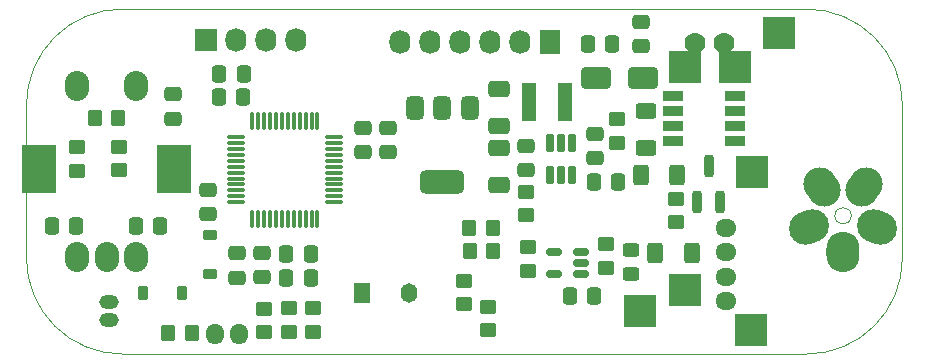
<source format=gbr>
%TF.GenerationSoftware,KiCad,Pcbnew,8.99.0-unknown*%
%TF.CreationDate,2024-06-21T10:07:37-04:00*%
%TF.ProjectId,solderingStationPCB,736f6c64-6572-4696-9e67-53746174696f,rev?*%
%TF.SameCoordinates,PX33f2570PY4a915b0*%
%TF.FileFunction,Soldermask,Top*%
%TF.FilePolarity,Negative*%
%FSLAX46Y46*%
G04 Gerber Fmt 4.6, Leading zero omitted, Abs format (unit mm)*
G04 Created by KiCad (PCBNEW 8.99.0-unknown) date 2024-06-21 10:07:37*
%MOMM*%
%LPD*%
G01*
G04 APERTURE LIST*
G04 Aperture macros list*
%AMRoundRect*
0 Rectangle with rounded corners*
0 $1 Rounding radius*
0 $2 $3 $4 $5 $6 $7 $8 $9 X,Y pos of 4 corners*
0 Add a 4 corners polygon primitive as box body*
4,1,4,$2,$3,$4,$5,$6,$7,$8,$9,$2,$3,0*
0 Add four circle primitives for the rounded corners*
1,1,$1+$1,$2,$3*
1,1,$1+$1,$4,$5*
1,1,$1+$1,$6,$7*
1,1,$1+$1,$8,$9*
0 Add four rect primitives between the rounded corners*
20,1,$1+$1,$2,$3,$4,$5,0*
20,1,$1+$1,$4,$5,$6,$7,0*
20,1,$1+$1,$6,$7,$8,$9,0*
20,1,$1+$1,$8,$9,$2,$3,0*%
%AMHorizOval*
0 Thick line with rounded ends*
0 $1 width*
0 $2 $3 position (X,Y) of the first rounded end (center of the circle)*
0 $4 $5 position (X,Y) of the second rounded end (center of the circle)*
0 Add line between two ends*
20,1,$1,$2,$3,$4,$5,0*
0 Add two circle primitives to create the rounded ends*
1,1,$1,$2,$3*
1,1,$1,$4,$5*%
G04 Aperture macros list end*
%ADD10R,1.778000X2.032000*%
%ADD11O,1.778000X2.032000*%
%ADD12RoundRect,0.250000X-0.475000X0.337500X-0.475000X-0.337500X0.475000X-0.337500X0.475000X0.337500X0*%
%ADD13O,1.524000X1.778000*%
%ADD14RoundRect,0.250000X-0.450000X0.350000X-0.450000X-0.350000X0.450000X-0.350000X0.450000X0.350000X0*%
%ADD15C,1.778000*%
%ADD16RoundRect,0.250000X0.337500X0.475000X-0.337500X0.475000X-0.337500X-0.475000X0.337500X-0.475000X0*%
%ADD17RoundRect,0.375000X-0.375000X0.625000X-0.375000X-0.625000X0.375000X-0.625000X0.375000X0.625000X0*%
%ADD18RoundRect,0.500000X-1.400000X0.500000X-1.400000X-0.500000X1.400000X-0.500000X1.400000X0.500000X0*%
%ADD19RoundRect,0.250000X0.475000X-0.337500X0.475000X0.337500X-0.475000X0.337500X-0.475000X-0.337500X0*%
%ADD20RoundRect,0.225000X0.375000X-0.225000X0.375000X0.225000X-0.375000X0.225000X-0.375000X-0.225000X0*%
%ADD21RoundRect,0.162500X0.162500X-0.617500X0.162500X0.617500X-0.162500X0.617500X-0.162500X-0.617500X0*%
%ADD22RoundRect,0.250000X-0.337500X-0.475000X0.337500X-0.475000X0.337500X0.475000X-0.337500X0.475000X0*%
%ADD23RoundRect,0.200000X0.200000X-0.750000X0.200000X0.750000X-0.200000X0.750000X-0.200000X-0.750000X0*%
%ADD24O,1.651000X1.244600*%
%ADD25RoundRect,0.250000X0.400000X0.625000X-0.400000X0.625000X-0.400000X-0.625000X0.400000X-0.625000X0*%
%ADD26R,2.794000X2.794000*%
%ADD27RoundRect,0.225000X0.225000X0.375000X-0.225000X0.375000X-0.225000X-0.375000X0.225000X-0.375000X0*%
%ADD28RoundRect,0.250000X0.350000X0.450000X-0.350000X0.450000X-0.350000X-0.450000X0.350000X-0.450000X0*%
%ADD29R,1.371600X1.651000*%
%ADD30O,1.371600X1.651000*%
%ADD31RoundRect,0.250000X-0.350000X-0.450000X0.350000X-0.450000X0.350000X0.450000X-0.350000X0.450000X0*%
%ADD32O,1.778000X1.524000*%
%ADD33R,1.143000X3.200400*%
%ADD34RoundRect,0.250000X0.450000X-0.350000X0.450000X0.350000X-0.450000X0.350000X-0.450000X-0.350000X0*%
%ADD35RoundRect,0.250000X0.650000X-0.412500X0.650000X0.412500X-0.650000X0.412500X-0.650000X-0.412500X0*%
%ADD36RoundRect,0.250000X-0.650000X0.412500X-0.650000X-0.412500X0.650000X-0.412500X0.650000X0.412500X0*%
%ADD37RoundRect,0.102000X-0.750000X-0.350000X0.750000X-0.350000X0.750000X0.350000X-0.750000X0.350000X0*%
%ADD38RoundRect,0.075000X0.075000X-0.662500X0.075000X0.662500X-0.075000X0.662500X-0.075000X-0.662500X0*%
%ADD39RoundRect,0.075000X0.662500X-0.075000X0.662500X0.075000X-0.662500X0.075000X-0.662500X-0.075000X0*%
%ADD40RoundRect,0.150000X0.512500X0.150000X-0.512500X0.150000X-0.512500X-0.150000X0.512500X-0.150000X0*%
%ADD41RoundRect,0.250000X-0.625000X0.400000X-0.625000X-0.400000X0.625000X-0.400000X0.625000X0.400000X0*%
%ADD42R,1.905000X1.905000*%
%ADD43RoundRect,0.250000X0.450000X-0.325000X0.450000X0.325000X-0.450000X0.325000X-0.450000X-0.325000X0*%
%ADD44RoundRect,0.250000X-1.000000X-0.650000X1.000000X-0.650000X1.000000X0.650000X-1.000000X0.650000X0*%
%ADD45HorizOval,2.794000X-0.182111X0.260081X0.182111X-0.260081X0*%
%ADD46HorizOval,2.794000X0.298352X0.108591X-0.298352X-0.108591X0*%
%ADD47O,2.794000X3.429000*%
%ADD48HorizOval,2.794000X-0.298352X0.108591X0.298352X-0.108591X0*%
%ADD49HorizOval,2.794000X-0.182111X-0.260081X0.182111X0.260081X0*%
%ADD50O,2.032000X2.540000*%
%ADD51R,2.921000X4.064000*%
%TA.AperFunction,Profile*%
%ADD52C,0.050000*%
%TD*%
G04 APERTURE END LIST*
D10*
%TO.C,J1*%
X44326121Y-2786300D03*
D11*
X41786121Y-2786300D03*
X39246121Y-2786300D03*
X36706121Y-2786300D03*
X34166121Y-2786300D03*
X31626121Y-2786300D03*
%TD*%
D12*
%TO.C,C22*%
X17888800Y-20647300D03*
X17888800Y-22722300D03*
%TD*%
D13*
%TO.C,JP1*%
X16034000Y-27500000D03*
X18066001Y-27500000D03*
%TD*%
D14*
%TO.C,R18*%
X37055000Y-22985000D03*
X37055000Y-24985000D03*
%TD*%
%TO.C,R6*%
X20166000Y-25362600D03*
X20166000Y-27362600D03*
%TD*%
%TO.C,R10*%
X7853600Y-11657600D03*
X7853600Y-13657600D03*
%TD*%
D15*
%TO.C,J4*%
X59100000Y-2850000D03*
X56600000Y-2850000D03*
%TD*%
D16*
%TO.C,C19*%
X24097300Y-20741400D03*
X22022300Y-20741400D03*
%TD*%
D17*
%TO.C,U4*%
X37542000Y-8341800D03*
X35242000Y-8341800D03*
D18*
X35242000Y-14641800D03*
D17*
X32942000Y-8341800D03*
%TD*%
D19*
%TO.C,C3*%
X42312400Y-13631100D03*
X42312400Y-11556100D03*
%TD*%
D12*
%TO.C,C13*%
X30610200Y-10042900D03*
X30610200Y-12117900D03*
%TD*%
D20*
%TO.C,D3*%
X15584300Y-22386700D03*
X15584300Y-19086700D03*
%TD*%
D16*
%TO.C,C2*%
X49642100Y-2916000D03*
X47567100Y-2916000D03*
%TD*%
%TO.C,C6*%
X48081800Y-24247300D03*
X46006800Y-24247300D03*
%TD*%
D21*
%TO.C,U1*%
X44320600Y-14052600D03*
X45270600Y-14052600D03*
X46220600Y-14052600D03*
X46220600Y-11352600D03*
X45270600Y-11352600D03*
X44320600Y-11352600D03*
%TD*%
D22*
%TO.C,C9*%
X48049900Y-14603000D03*
X50124900Y-14603000D03*
%TD*%
D23*
%TO.C,Q2*%
X56832200Y-16295800D03*
X58732200Y-16295800D03*
X57782200Y-13295800D03*
%TD*%
D22*
%TO.C,C10*%
X2165100Y-18381800D03*
X4240100Y-18381800D03*
%TD*%
D24*
%TO.C,J6*%
X7020300Y-26317801D03*
X7020300Y-24817799D03*
%TD*%
D25*
%TO.C,R5*%
X56342300Y-20659500D03*
X53242300Y-20659500D03*
%TD*%
D12*
%TO.C,C7*%
X12450000Y-7200000D03*
X12450000Y-9275000D03*
%TD*%
D26*
%TO.C,J5*%
X61350000Y-27125000D03*
%TD*%
D14*
%TO.C,R4*%
X55033600Y-16048200D03*
X55033600Y-18048200D03*
%TD*%
D12*
%TO.C,C8*%
X52093200Y-1049300D03*
X52093200Y-3124300D03*
%TD*%
D14*
%TO.C,R8*%
X22276000Y-25339600D03*
X22276000Y-27339600D03*
%TD*%
D27*
%TO.C,D4*%
X13200000Y-24060000D03*
X9900000Y-24060000D03*
%TD*%
D25*
%TO.C,R1*%
X55130200Y-14039200D03*
X52030200Y-14039200D03*
%TD*%
D28*
%TO.C,TH1*%
X14048000Y-27429800D03*
X12048000Y-27429800D03*
%TD*%
D26*
%TO.C,J7*%
X55775000Y-4900000D03*
%TD*%
%TO.C,J13*%
X55775000Y-23800000D03*
%TD*%
%TO.C,J11*%
X63775000Y-2050000D03*
%TD*%
D14*
%TO.C,R14*%
X42319200Y-15465800D03*
X42319200Y-17465800D03*
%TD*%
D19*
%TO.C,C5*%
X19959200Y-22710900D03*
X19959200Y-20635900D03*
%TD*%
D14*
%TO.C,R16*%
X42527300Y-20146100D03*
X42527300Y-22146100D03*
%TD*%
D29*
%TO.C,LS1*%
X28425200Y-24068300D03*
D30*
X32425200Y-24068300D03*
%TD*%
D16*
%TO.C,C11*%
X11363300Y-18370400D03*
X9288300Y-18370400D03*
%TD*%
D31*
%TO.C,R17*%
X37530000Y-18510000D03*
X39530000Y-18510000D03*
%TD*%
D32*
%TO.C,JP2*%
X59275000Y-18499999D03*
X59275000Y-20532000D03*
%TD*%
D33*
%TO.C,L1*%
X45593500Y-7872100D03*
X42545500Y-7872100D03*
%TD*%
D34*
%TO.C,R13*%
X49080300Y-21888500D03*
X49080300Y-19888500D03*
%TD*%
D19*
%TO.C,C12*%
X48128600Y-12613500D03*
X48128600Y-10538500D03*
%TD*%
D32*
%TO.C,JP4*%
X59225000Y-22709000D03*
X59225000Y-24741001D03*
%TD*%
D35*
%TO.C,C1*%
X39999400Y-9888700D03*
X39999400Y-6763700D03*
%TD*%
D36*
%TO.C,C4*%
X40018800Y-11746900D03*
X40018800Y-14871900D03*
%TD*%
D14*
%TO.C,R11*%
X4344400Y-11661200D03*
X4344400Y-13661200D03*
%TD*%
D22*
%TO.C,C18*%
X16320500Y-7452000D03*
X18395500Y-7452000D03*
%TD*%
D37*
%TO.C,Q1*%
X54752200Y-7364200D03*
X54752200Y-8634200D03*
X54752200Y-9904200D03*
X54752200Y-11174200D03*
X60052200Y-11174200D03*
X60052200Y-9904200D03*
X60052200Y-8634200D03*
X60052200Y-7364200D03*
%TD*%
D26*
%TO.C,J9*%
X51975000Y-25550000D03*
%TD*%
D19*
%TO.C,C21*%
X15396000Y-17348900D03*
X15396000Y-15273900D03*
%TD*%
D16*
%TO.C,C17*%
X24089100Y-22753000D03*
X22014100Y-22753000D03*
%TD*%
D38*
%TO.C,U3*%
X19164200Y-17755700D03*
X19664200Y-17755700D03*
X20164200Y-17755700D03*
X20664200Y-17755700D03*
X21164200Y-17755700D03*
X21664200Y-17755700D03*
X22164200Y-17755700D03*
X22664200Y-17755700D03*
X23164200Y-17755700D03*
X23664200Y-17755700D03*
X24164200Y-17755700D03*
X24664200Y-17755700D03*
D39*
X26076700Y-16343200D03*
X26076700Y-15843200D03*
X26076700Y-15343200D03*
X26076700Y-14843200D03*
X26076700Y-14343200D03*
X26076700Y-13843200D03*
X26076700Y-13343200D03*
X26076700Y-12843200D03*
X26076700Y-12343200D03*
X26076700Y-11843200D03*
X26076700Y-11343200D03*
X26076700Y-10843200D03*
D38*
X24664200Y-9430700D03*
X24164200Y-9430700D03*
X23664200Y-9430700D03*
X23164200Y-9430700D03*
X22664200Y-9430700D03*
X22164200Y-9430700D03*
X21664200Y-9430700D03*
X21164200Y-9430700D03*
X20664200Y-9430700D03*
X20164200Y-9430700D03*
X19664200Y-9430700D03*
X19164200Y-9430700D03*
D39*
X17751700Y-10843200D03*
X17751700Y-11343200D03*
X17751700Y-11843200D03*
X17751700Y-12343200D03*
X17751700Y-12843200D03*
X17751700Y-13343200D03*
X17751700Y-13843200D03*
X17751700Y-14343200D03*
X17751700Y-14843200D03*
X17751700Y-15343200D03*
X17751700Y-15843200D03*
X17751700Y-16343200D03*
%TD*%
D40*
%TO.C,U2*%
X46977800Y-22448500D03*
X46977800Y-21498500D03*
X46977800Y-20548500D03*
X44702800Y-20548500D03*
X44702800Y-22448500D03*
%TD*%
D41*
%TO.C,R2*%
X52513400Y-8616400D03*
X52513400Y-11716400D03*
%TD*%
D26*
%TO.C,J10*%
X60050000Y-4925000D03*
%TD*%
D42*
%TO.C,J2*%
X15215000Y-2585000D03*
D11*
X17755000Y-2585000D03*
X20295000Y-2585000D03*
X22835000Y-2585000D03*
%TD*%
D31*
%TO.C,R12*%
X37559200Y-20498800D03*
X39559200Y-20498800D03*
%TD*%
D14*
%TO.C,R7*%
X24273600Y-25339400D03*
X24273600Y-27339400D03*
%TD*%
D34*
%TO.C,R15*%
X50069400Y-11338600D03*
X50069400Y-9338600D03*
%TD*%
D22*
%TO.C,C14*%
X16339700Y-5459000D03*
X18414700Y-5459000D03*
%TD*%
D14*
%TO.C,R3*%
X39081600Y-25197600D03*
X39081600Y-27197600D03*
%TD*%
D12*
%TO.C,C20*%
X28536600Y-10049700D03*
X28536600Y-12124700D03*
%TD*%
D31*
%TO.C,R9*%
X5819600Y-9238000D03*
X7819600Y-9238000D03*
%TD*%
D43*
%TO.C,D2*%
X51200000Y-22400000D03*
X51200000Y-20350000D03*
%TD*%
D26*
%TO.C,J3*%
X61425000Y-13825000D03*
%TD*%
D44*
%TO.C,D1*%
X48219800Y-5851600D03*
X52219800Y-5851600D03*
%TD*%
D45*
%TO.C,J8*%
X67380770Y-15024068D03*
D46*
X66272074Y-18453749D03*
D47*
X69165121Y-20543100D03*
D48*
X72058168Y-18453749D03*
D49*
X70949472Y-15024068D03*
%TD*%
D50*
%TO.C,SW1*%
X9314400Y-6504000D03*
X4314400Y-6504000D03*
X9314400Y-21003996D03*
X6814400Y-21003996D03*
X4314400Y-21003996D03*
D51*
X12514401Y-13503999D03*
X1114399Y-13503999D03*
%TD*%
D52*
X66068521Y7700D02*
G75*
G02*
X74196500Y-8120300I-21J-8128000D01*
G01*
X28521Y-8120300D02*
X28521Y-21074300D01*
X8156521Y-29202300D02*
X66068521Y-29202300D01*
X74196521Y-21074300D02*
X74196521Y-8120300D01*
X8156521Y-29202300D02*
G75*
G02*
X28500Y-21074300I-21J8128000D01*
G01*
X28521Y-8120300D02*
G75*
G02*
X8156521Y7679I8127979J0D01*
G01*
X69865821Y-17492900D02*
G75*
G02*
X68468821Y-17492900I-698500J0D01*
G01*
X68468821Y-17492900D02*
G75*
G02*
X69865821Y-17492900I698500J0D01*
G01*
X74196521Y-21074300D02*
G75*
G02*
X66068521Y-29202321I-8128021J0D01*
G01*
X66068521Y7700D02*
X8156521Y7700D01*
M02*

</source>
